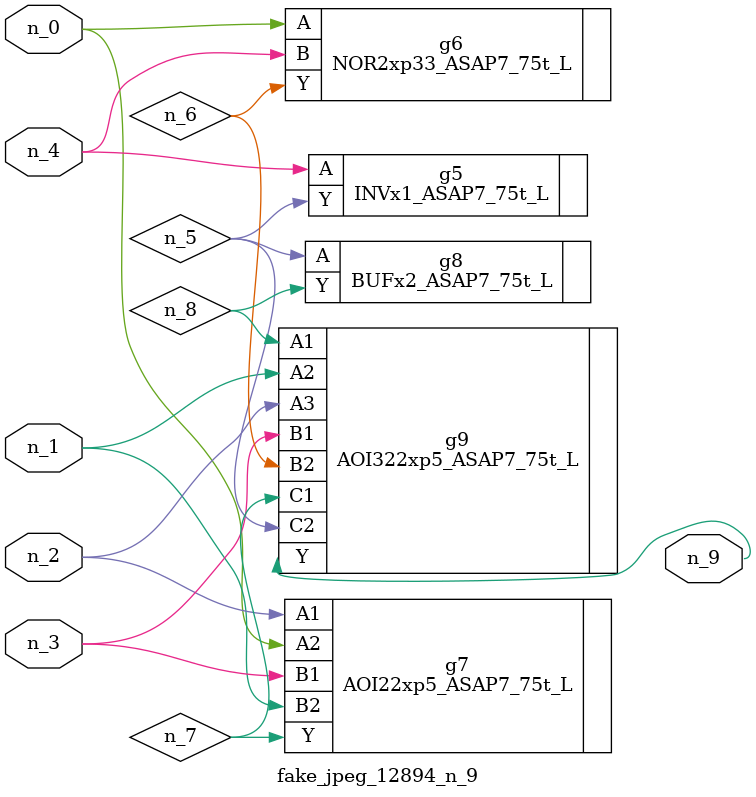
<source format=v>
module fake_jpeg_12894_n_9 (n_3, n_2, n_1, n_0, n_4, n_9);

input n_3;
input n_2;
input n_1;
input n_0;
input n_4;

output n_9;

wire n_8;
wire n_6;
wire n_5;
wire n_7;

INVx1_ASAP7_75t_L g5 ( 
.A(n_4),
.Y(n_5)
);

NOR2xp33_ASAP7_75t_L g6 ( 
.A(n_0),
.B(n_4),
.Y(n_6)
);

AOI22xp5_ASAP7_75t_L g7 ( 
.A1(n_2),
.A2(n_0),
.B1(n_3),
.B2(n_1),
.Y(n_7)
);

BUFx2_ASAP7_75t_L g8 ( 
.A(n_5),
.Y(n_8)
);

AOI322xp5_ASAP7_75t_L g9 ( 
.A1(n_8),
.A2(n_1),
.A3(n_2),
.B1(n_3),
.B2(n_6),
.C1(n_7),
.C2(n_5),
.Y(n_9)
);


endmodule
</source>
